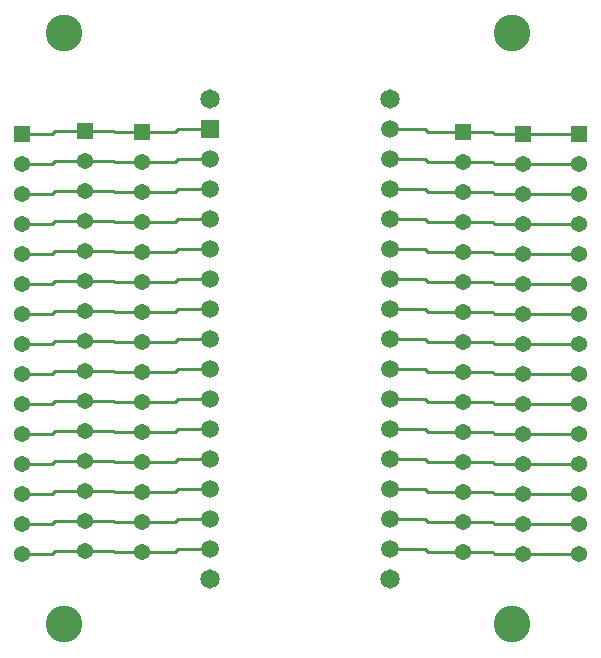
<source format=gbl>
G04*
G04 #@! TF.GenerationSoftware,Altium Limited,Altium Designer,24.1.2 (44)*
G04*
G04 Layer_Physical_Order=2*
G04 Layer_Color=16711680*
%FSLAX44Y44*%
%MOMM*%
G71*
G04*
G04 #@! TF.SameCoordinates,DA2C95F4-03E7-481E-B0F5-842642FF9007*
G04*
G04*
G04 #@! TF.FilePolarity,Positive*
G04*
G01*
G75*
%ADD12C,0.2540*%
%ADD19C,3.1000*%
%ADD20R,1.3700X1.3700*%
%ADD21C,1.3700*%
%ADD22C,1.6510*%
%ADD23C,1.5080*%
%ADD24R,1.5080X1.5080*%
D12*
X296418Y568960D02*
X323850D01*
X293878Y566420D02*
X296418Y568960D01*
X266700Y566420D02*
X293878D01*
X193040Y567690D02*
X218440D01*
X190500Y565150D02*
X193040Y567690D01*
X165100Y565150D02*
X190500D01*
X243078Y566420D02*
X266700D01*
X241808Y567690D02*
X243078Y566420D01*
X218440Y567690D02*
X241808D01*
X296418Y543560D02*
X323850D01*
X293878Y541020D02*
X296418Y543560D01*
X266700Y541020D02*
X293878D01*
X193040Y542290D02*
X218440D01*
X190500Y539750D02*
X193040Y542290D01*
X165100Y539750D02*
X190500D01*
X243078Y541020D02*
X266700D01*
X241808Y542290D02*
X243078Y541020D01*
X218440Y542290D02*
X241808D01*
X296418Y518160D02*
X323850D01*
X293878Y515620D02*
X296418Y518160D01*
X266700Y515620D02*
X293878D01*
X193040Y516890D02*
X218440D01*
X190500Y514350D02*
X193040Y516890D01*
X165100Y514350D02*
X190500D01*
X243078Y515620D02*
X266700D01*
X241808Y516890D02*
X243078Y515620D01*
X218440Y516890D02*
X241808D01*
X296418Y492760D02*
X323850D01*
X293878Y490220D02*
X296418Y492760D01*
X266700Y490220D02*
X293878D01*
X193040Y491490D02*
X218440D01*
X190500Y488950D02*
X193040Y491490D01*
X165100Y488950D02*
X190500D01*
X243078Y490220D02*
X266700D01*
X241808Y491490D02*
X243078Y490220D01*
X218440Y491490D02*
X241808D01*
X296418Y467360D02*
X323850D01*
X293878Y464820D02*
X296418Y467360D01*
X266700Y464820D02*
X293878D01*
X193040Y466090D02*
X218440D01*
X190500Y463550D02*
X193040Y466090D01*
X165100Y463550D02*
X190500D01*
X243078Y464820D02*
X266700D01*
X241808Y466090D02*
X243078Y464820D01*
X218440Y466090D02*
X241808D01*
X296418Y441960D02*
X323850D01*
X293878Y439420D02*
X296418Y441960D01*
X266700Y439420D02*
X293878D01*
X193040Y440690D02*
X218440D01*
X190500Y438150D02*
X193040Y440690D01*
X165100Y438150D02*
X190500D01*
X243078Y439420D02*
X266700D01*
X241808Y440690D02*
X243078Y439420D01*
X218440Y440690D02*
X241808D01*
X296418Y416560D02*
X323850D01*
X293878Y414020D02*
X296418Y416560D01*
X266700Y414020D02*
X293878D01*
X193040Y415290D02*
X218440D01*
X190500Y412750D02*
X193040Y415290D01*
X165100Y412750D02*
X190500D01*
X243078Y414020D02*
X266700D01*
X241808Y415290D02*
X243078Y414020D01*
X218440Y415290D02*
X241808D01*
X296418Y391160D02*
X323850D01*
X293878Y388620D02*
X296418Y391160D01*
X266700Y388620D02*
X293878D01*
X193040Y389890D02*
X218440D01*
X190500Y387350D02*
X193040Y389890D01*
X165100Y387350D02*
X190500D01*
X243078Y388620D02*
X266700D01*
X241808Y389890D02*
X243078Y388620D01*
X218440Y389890D02*
X241808D01*
X296418Y365760D02*
X323850D01*
X293878Y363220D02*
X296418Y365760D01*
X266700Y363220D02*
X293878D01*
X193040Y364490D02*
X218440D01*
X190500Y361950D02*
X193040Y364490D01*
X165100Y361950D02*
X190500D01*
X243078Y363220D02*
X266700D01*
X241808Y364490D02*
X243078Y363220D01*
X218440Y364490D02*
X241808D01*
X296418Y340360D02*
X323850D01*
X293878Y337820D02*
X296418Y340360D01*
X266700Y337820D02*
X293878D01*
X193040Y339090D02*
X218440D01*
X190500Y336550D02*
X193040Y339090D01*
X165100Y336550D02*
X190500D01*
X243078Y337820D02*
X266700D01*
X241808Y339090D02*
X243078Y337820D01*
X218440Y339090D02*
X241808D01*
X296418Y314960D02*
X323850D01*
X293878Y312420D02*
X296418Y314960D01*
X266700Y312420D02*
X293878D01*
X193040Y313690D02*
X218440D01*
X190500Y311150D02*
X193040Y313690D01*
X165100Y311150D02*
X190500D01*
X243078Y312420D02*
X266700D01*
X241808Y313690D02*
X243078Y312420D01*
X218440Y313690D02*
X241808D01*
X296418Y289560D02*
X323850D01*
X293878Y287020D02*
X296418Y289560D01*
X266700Y287020D02*
X293878D01*
X193040Y288290D02*
X218440D01*
X190500Y285750D02*
X193040Y288290D01*
X165100Y285750D02*
X190500D01*
X243078Y287020D02*
X266700D01*
X241808Y288290D02*
X243078Y287020D01*
X218440Y288290D02*
X241808D01*
X296418Y264160D02*
X323850D01*
X293878Y261620D02*
X296418Y264160D01*
X266700Y261620D02*
X293878D01*
X193040Y262890D02*
X218440D01*
X190500Y260350D02*
X193040Y262890D01*
X165100Y260350D02*
X190500D01*
X243078Y261620D02*
X266700D01*
X241808Y262890D02*
X243078Y261620D01*
X218440Y262890D02*
X241808D01*
X296418Y238760D02*
X323850D01*
X293878Y236220D02*
X296418Y238760D01*
X266700Y236220D02*
X293878D01*
X193040Y237490D02*
X218440D01*
X190500Y234950D02*
X193040Y237490D01*
X165100Y234950D02*
X190500D01*
X243078Y236220D02*
X266700D01*
X241808Y237490D02*
X243078Y236220D01*
X218440Y237490D02*
X241808D01*
X296418Y213360D02*
X323850D01*
X293878Y210820D02*
X296418Y213360D01*
X266700Y210820D02*
X293878D01*
X193040Y212090D02*
X218440D01*
X190500Y209550D02*
X193040Y212090D01*
X165100Y209550D02*
X190500D01*
X243078Y210820D02*
X266700D01*
X241808Y212090D02*
X243078Y210820D01*
X218440Y212090D02*
X241808D01*
X508508Y210820D02*
X538480D01*
X505968Y213360D02*
X508508Y210820D01*
X476250Y213360D02*
X505968D01*
X564388Y209550D02*
X589280D01*
X563118Y210820D02*
X564388Y209550D01*
X538480Y210820D02*
X563118D01*
X589280Y209550D02*
X636270D01*
X508508Y236220D02*
X538480D01*
X505968Y238760D02*
X508508Y236220D01*
X476250Y238760D02*
X505968D01*
X564388Y234950D02*
X589280D01*
X563118Y236220D02*
X564388Y234950D01*
X538480Y236220D02*
X563118D01*
X589280Y234950D02*
X636270D01*
X508508Y261620D02*
X538480D01*
X505968Y264160D02*
X508508Y261620D01*
X476250Y264160D02*
X505968D01*
X564388Y260350D02*
X589280D01*
X563118Y261620D02*
X564388Y260350D01*
X538480Y261620D02*
X563118D01*
X589280Y260350D02*
X636270D01*
X508508Y287020D02*
X538480D01*
X505968Y289560D02*
X508508Y287020D01*
X476250Y289560D02*
X505968D01*
X564388Y285750D02*
X589280D01*
X563118Y287020D02*
X564388Y285750D01*
X538480Y287020D02*
X563118D01*
X589280Y285750D02*
X636270D01*
X508508Y312420D02*
X538480D01*
X505968Y314960D02*
X508508Y312420D01*
X476250Y314960D02*
X505968D01*
X564388Y311150D02*
X589280D01*
X563118Y312420D02*
X564388Y311150D01*
X538480Y312420D02*
X563118D01*
X589280Y311150D02*
X636270D01*
X508508Y337820D02*
X538480D01*
X505968Y340360D02*
X508508Y337820D01*
X476250Y340360D02*
X505968D01*
X564388Y336550D02*
X589280D01*
X563118Y337820D02*
X564388Y336550D01*
X538480Y337820D02*
X563118D01*
X589280Y336550D02*
X636270D01*
X508508Y363220D02*
X538480D01*
X505968Y365760D02*
X508508Y363220D01*
X476250Y365760D02*
X505968D01*
X564388Y361950D02*
X589280D01*
X563118Y363220D02*
X564388Y361950D01*
X538480Y363220D02*
X563118D01*
X589280Y361950D02*
X636270D01*
X508508Y388620D02*
X538480D01*
X505968Y391160D02*
X508508Y388620D01*
X476250Y391160D02*
X505968D01*
X564388Y387350D02*
X589280D01*
X563118Y388620D02*
X564388Y387350D01*
X538480Y388620D02*
X563118D01*
X589280Y387350D02*
X636270D01*
X508508Y414020D02*
X538480D01*
X505968Y416560D02*
X508508Y414020D01*
X476250Y416560D02*
X505968D01*
X564388Y412750D02*
X589280D01*
X563118Y414020D02*
X564388Y412750D01*
X538480Y414020D02*
X563118D01*
X589280Y412750D02*
X636270D01*
X508508Y439420D02*
X538480D01*
X505968Y441960D02*
X508508Y439420D01*
X476250Y441960D02*
X505968D01*
X564388Y438150D02*
X589280D01*
X563118Y439420D02*
X564388Y438150D01*
X538480Y439420D02*
X563118D01*
X589280Y438150D02*
X636270D01*
X508508Y464820D02*
X538480D01*
X505968Y467360D02*
X508508Y464820D01*
X476250Y467360D02*
X505968D01*
X564388Y463550D02*
X589280D01*
X563118Y464820D02*
X564388Y463550D01*
X538480Y464820D02*
X563118D01*
X589280Y463550D02*
X636270D01*
X508508Y490220D02*
X538480D01*
X505968Y492760D02*
X508508Y490220D01*
X476250Y492760D02*
X505968D01*
X564388Y488950D02*
X589280D01*
X563118Y490220D02*
X564388Y488950D01*
X538480Y490220D02*
X563118D01*
X589280Y488950D02*
X636270D01*
X508508Y515620D02*
X538480D01*
X505968Y518160D02*
X508508Y515620D01*
X476250Y518160D02*
X505968D01*
X564388Y514350D02*
X589280D01*
X563118Y515620D02*
X564388Y514350D01*
X538480Y515620D02*
X563118D01*
X589280Y514350D02*
X636270D01*
X508508Y541020D02*
X538480D01*
X505968Y543560D02*
X508508Y541020D01*
X476250Y543560D02*
X505968D01*
X564388Y539750D02*
X589280D01*
X563118Y541020D02*
X564388Y539750D01*
X538480Y541020D02*
X563118D01*
X589280Y539750D02*
X636270D01*
X508508Y566420D02*
X538480D01*
X505968Y568960D02*
X508508Y566420D01*
X476250Y568960D02*
X505968D01*
X564388Y565150D02*
X589280D01*
X563118Y566420D02*
X564388Y565150D01*
X538480Y566420D02*
X563118D01*
X589280Y565150D02*
X636270D01*
D19*
X580000Y150000D02*
D03*
X200000D02*
D03*
X580000Y650000D02*
D03*
X200000D02*
D03*
D20*
X165100Y565150D02*
D03*
X218440Y567690D02*
D03*
X266700Y566420D02*
D03*
X636270Y565150D02*
D03*
X589280D02*
D03*
X538480Y566420D02*
D03*
D21*
X165100Y539750D02*
D03*
Y514350D02*
D03*
Y488950D02*
D03*
Y463550D02*
D03*
Y438150D02*
D03*
Y412750D02*
D03*
Y387350D02*
D03*
Y361950D02*
D03*
Y336550D02*
D03*
Y311150D02*
D03*
Y285750D02*
D03*
Y260350D02*
D03*
Y234950D02*
D03*
Y209550D02*
D03*
X218440Y542290D02*
D03*
Y516890D02*
D03*
Y491490D02*
D03*
Y466090D02*
D03*
Y440690D02*
D03*
Y415290D02*
D03*
Y389890D02*
D03*
Y364490D02*
D03*
Y339090D02*
D03*
Y313690D02*
D03*
Y288290D02*
D03*
Y262890D02*
D03*
Y237490D02*
D03*
Y212090D02*
D03*
X266700Y541020D02*
D03*
Y515620D02*
D03*
Y490220D02*
D03*
Y464820D02*
D03*
Y439420D02*
D03*
Y414020D02*
D03*
Y388620D02*
D03*
Y363220D02*
D03*
Y337820D02*
D03*
Y312420D02*
D03*
Y287020D02*
D03*
Y261620D02*
D03*
Y236220D02*
D03*
Y210820D02*
D03*
X636270Y539750D02*
D03*
Y514350D02*
D03*
Y488950D02*
D03*
Y463550D02*
D03*
Y438150D02*
D03*
Y412750D02*
D03*
Y387350D02*
D03*
Y361950D02*
D03*
Y336550D02*
D03*
Y311150D02*
D03*
Y285750D02*
D03*
Y260350D02*
D03*
Y234950D02*
D03*
Y209550D02*
D03*
X589280Y539750D02*
D03*
Y514350D02*
D03*
Y488950D02*
D03*
Y463550D02*
D03*
Y438150D02*
D03*
Y412750D02*
D03*
Y387350D02*
D03*
Y361950D02*
D03*
Y336550D02*
D03*
Y311150D02*
D03*
Y285750D02*
D03*
Y260350D02*
D03*
Y234950D02*
D03*
Y209550D02*
D03*
X538480Y541020D02*
D03*
Y515620D02*
D03*
Y490220D02*
D03*
Y464820D02*
D03*
Y439420D02*
D03*
Y414020D02*
D03*
Y388620D02*
D03*
Y363220D02*
D03*
Y337820D02*
D03*
Y312420D02*
D03*
Y287020D02*
D03*
Y261620D02*
D03*
Y236220D02*
D03*
Y210820D02*
D03*
D22*
X476250Y594360D02*
D03*
X323850D02*
D03*
X476250Y187960D02*
D03*
X323850D02*
D03*
D23*
X476250Y568960D02*
D03*
Y543560D02*
D03*
Y518160D02*
D03*
Y492760D02*
D03*
Y467360D02*
D03*
Y441960D02*
D03*
Y416560D02*
D03*
Y391160D02*
D03*
Y365760D02*
D03*
Y340360D02*
D03*
Y314960D02*
D03*
Y289560D02*
D03*
Y264160D02*
D03*
Y238760D02*
D03*
Y213360D02*
D03*
X323850D02*
D03*
Y238760D02*
D03*
Y264160D02*
D03*
Y289560D02*
D03*
Y314960D02*
D03*
Y340360D02*
D03*
Y365760D02*
D03*
Y391160D02*
D03*
Y416560D02*
D03*
Y441960D02*
D03*
Y467360D02*
D03*
Y492760D02*
D03*
Y518160D02*
D03*
Y543560D02*
D03*
D24*
Y568960D02*
D03*
M02*

</source>
